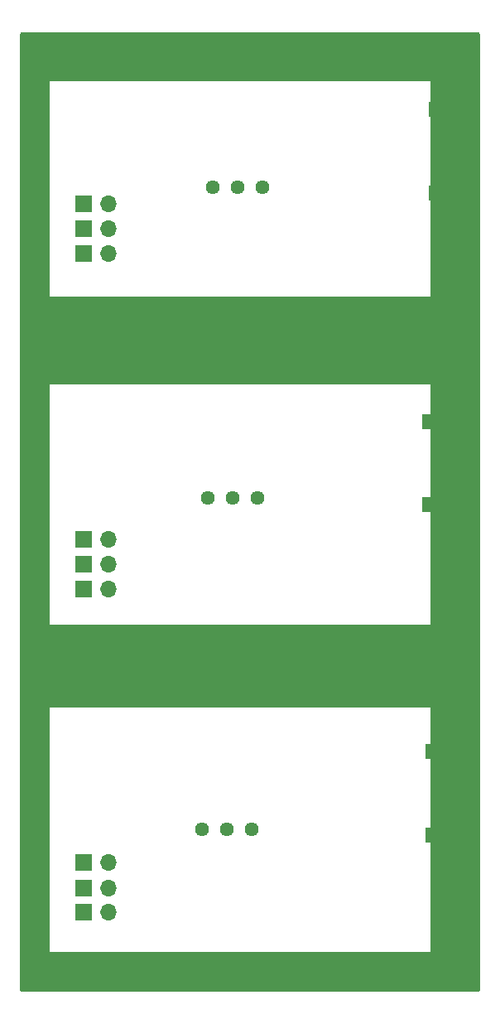
<source format=gbr>
%TF.GenerationSoftware,KiCad,Pcbnew,(6.0.11)*%
%TF.CreationDate,2023-07-19T09:13:22-05:00*%
%TF.ProjectId,SchottkyNoiseSource,5363686f-7474-46b7-994e-6f697365536f,rev?*%
%TF.SameCoordinates,Original*%
%TF.FileFunction,Soldermask,Bot*%
%TF.FilePolarity,Negative*%
%FSLAX46Y46*%
G04 Gerber Fmt 4.6, Leading zero omitted, Abs format (unit mm)*
G04 Created by KiCad (PCBNEW (6.0.11)) date 2023-07-19 09:13:22*
%MOMM*%
%LPD*%
G01*
G04 APERTURE LIST*
%ADD10C,1.440000*%
%ADD11R,1.700000X1.700000*%
%ADD12O,1.700000X1.700000*%
%ADD13R,5.080000X1.500000*%
G04 APERTURE END LIST*
D10*
%TO.C,RV1*%
X114770000Y-61800000D03*
X112230000Y-61800000D03*
X109690000Y-61800000D03*
%TD*%
D11*
%TO.C,J12*%
X96520000Y-135950000D03*
D12*
X99060000Y-135950000D03*
%TD*%
D11*
%TO.C,J7*%
X96520000Y-66040000D03*
D12*
X99060000Y-66040000D03*
%TD*%
D10*
%TO.C,RV2*%
X114270000Y-93600000D03*
X111730000Y-93600000D03*
X109190000Y-93600000D03*
%TD*%
D11*
%TO.C,J8*%
X96520000Y-100330000D03*
D12*
X99060000Y-100330000D03*
%TD*%
D10*
%TO.C,RV3*%
X113692500Y-127450000D03*
X111152500Y-127450000D03*
X108612500Y-127450000D03*
%TD*%
D11*
%TO.C,J9*%
X96520000Y-133451600D03*
D12*
X99060000Y-133451600D03*
%TD*%
D11*
%TO.C,J11*%
X96520000Y-102870000D03*
D12*
X99060000Y-102870000D03*
%TD*%
D13*
%TO.C,J1*%
X134290000Y-53910000D03*
X134290000Y-62410000D03*
%TD*%
D11*
%TO.C,J3*%
X96520000Y-97790000D03*
D12*
X99060000Y-97790000D03*
%TD*%
D11*
%TO.C,J2*%
X96520000Y-63500000D03*
D12*
X99060000Y-63500000D03*
%TD*%
D13*
%TO.C,J6*%
X134000000Y-119500000D03*
X134000000Y-128000000D03*
%TD*%
%TO.C,J4*%
X133637500Y-94250000D03*
X133637500Y-85750000D03*
%TD*%
D11*
%TO.C,J10*%
X96520000Y-68580000D03*
D12*
X99060000Y-68580000D03*
%TD*%
D11*
%TO.C,J5*%
X96520000Y-130810000D03*
D12*
X99060000Y-130810000D03*
%TD*%
G36*
X92942121Y-72766002D02*
G01*
X92988614Y-72819658D01*
X93000000Y-72872000D01*
X93000000Y-72981885D01*
X93004475Y-72997124D01*
X93005865Y-72998329D01*
X93013548Y-73000000D01*
X131981885Y-73000000D01*
X131997124Y-72995525D01*
X131998329Y-72994135D01*
X132000000Y-72986452D01*
X132000000Y-72872000D01*
X132020002Y-72803879D01*
X132073658Y-72757386D01*
X132126000Y-72746000D01*
X136874000Y-72746000D01*
X136942121Y-72766002D01*
X136988614Y-72819658D01*
X137000000Y-72872000D01*
X137000000Y-82128000D01*
X136979998Y-82196121D01*
X136926342Y-82242614D01*
X136874000Y-82254000D01*
X132126000Y-82254000D01*
X132057879Y-82233998D01*
X132011386Y-82180342D01*
X132000000Y-82128000D01*
X132000000Y-82018115D01*
X131995525Y-82002876D01*
X131994135Y-82001671D01*
X131986452Y-82000000D01*
X93018115Y-82000000D01*
X93002876Y-82004475D01*
X93001671Y-82005865D01*
X93000000Y-82013548D01*
X93000000Y-82128000D01*
X92979998Y-82196121D01*
X92926342Y-82242614D01*
X92874000Y-82254000D01*
X90126000Y-82254000D01*
X90057879Y-82233998D01*
X90011386Y-82180342D01*
X90000000Y-82128000D01*
X90000000Y-72872000D01*
X90020002Y-72803879D01*
X90073658Y-72757386D01*
X90126000Y-72746000D01*
X92874000Y-72746000D01*
X92942121Y-72766002D01*
G37*
G36*
X136942121Y-46020002D02*
G01*
X136988614Y-46073658D01*
X137000000Y-46126000D01*
X137000000Y-51128000D01*
X136979998Y-51196121D01*
X136926342Y-51242614D01*
X136874000Y-51254000D01*
X132126000Y-51254000D01*
X132057879Y-51233998D01*
X132011386Y-51180342D01*
X132000000Y-51128000D01*
X132000000Y-51018115D01*
X131995525Y-51002876D01*
X131994135Y-51001671D01*
X131986452Y-51000000D01*
X93018115Y-51000000D01*
X93002876Y-51004475D01*
X93001671Y-51005865D01*
X93000000Y-51013548D01*
X93000000Y-51128000D01*
X92979998Y-51196121D01*
X92926342Y-51242614D01*
X92874000Y-51254000D01*
X90126000Y-51254000D01*
X90057879Y-51233998D01*
X90011386Y-51180342D01*
X90000000Y-51128000D01*
X90000000Y-46126000D01*
X90020002Y-46057879D01*
X90073658Y-46011386D01*
X90126000Y-46000000D01*
X136874000Y-46000000D01*
X136942121Y-46020002D01*
G37*
G36*
X136942121Y-46020002D02*
G01*
X136988614Y-46073658D01*
X137000000Y-46126000D01*
X137000000Y-143874000D01*
X136979998Y-143942121D01*
X136926342Y-143988614D01*
X136874000Y-144000000D01*
X131872000Y-144000000D01*
X131803879Y-143979998D01*
X131757386Y-143926342D01*
X131746000Y-143874000D01*
X131746000Y-140126000D01*
X131766002Y-140057879D01*
X131819658Y-140011386D01*
X131872000Y-140000000D01*
X131981885Y-140000000D01*
X131997124Y-139995525D01*
X131998329Y-139994135D01*
X132000000Y-139986452D01*
X132000000Y-51018115D01*
X131995525Y-51002876D01*
X131994135Y-51001671D01*
X131986452Y-51000000D01*
X131872000Y-51000000D01*
X131803879Y-50979998D01*
X131757386Y-50926342D01*
X131746000Y-50874000D01*
X131746000Y-46126000D01*
X131766002Y-46057879D01*
X131819658Y-46011386D01*
X131872000Y-46000000D01*
X136874000Y-46000000D01*
X136942121Y-46020002D01*
G37*
G36*
X92942121Y-139766002D02*
G01*
X92988614Y-139819658D01*
X93000000Y-139872000D01*
X93000000Y-139981885D01*
X93004475Y-139997124D01*
X93005865Y-139998329D01*
X93013548Y-140000000D01*
X131981885Y-140000000D01*
X131997124Y-139995525D01*
X131998329Y-139994135D01*
X132000000Y-139986452D01*
X132000000Y-139872000D01*
X132020002Y-139803879D01*
X132073658Y-139757386D01*
X132126000Y-139746000D01*
X136874000Y-139746000D01*
X136942121Y-139766002D01*
X136988614Y-139819658D01*
X137000000Y-139872000D01*
X137000000Y-143874000D01*
X136979998Y-143942121D01*
X136926342Y-143988614D01*
X136874000Y-144000000D01*
X90126000Y-144000000D01*
X90057879Y-143979998D01*
X90011386Y-143926342D01*
X90000000Y-143874000D01*
X90000000Y-139872000D01*
X90020002Y-139803879D01*
X90073658Y-139757386D01*
X90126000Y-139746000D01*
X92874000Y-139746000D01*
X92942121Y-139766002D01*
G37*
G36*
X92942121Y-106266002D02*
G01*
X92988614Y-106319658D01*
X93000000Y-106372000D01*
X93000000Y-106481885D01*
X93004475Y-106497124D01*
X93005865Y-106498329D01*
X93013548Y-106500000D01*
X131981885Y-106500000D01*
X131997124Y-106495525D01*
X131998329Y-106494135D01*
X132000000Y-106486452D01*
X132000000Y-106372000D01*
X132020002Y-106303879D01*
X132073658Y-106257386D01*
X132126000Y-106246000D01*
X136874000Y-106246000D01*
X136942121Y-106266002D01*
X136988614Y-106319658D01*
X137000000Y-106372000D01*
X137000000Y-115128000D01*
X136979998Y-115196121D01*
X136926342Y-115242614D01*
X136874000Y-115254000D01*
X132126000Y-115254000D01*
X132057879Y-115233998D01*
X132011386Y-115180342D01*
X132000000Y-115128000D01*
X132000000Y-115018115D01*
X131995525Y-115002876D01*
X131994135Y-115001671D01*
X131986452Y-115000000D01*
X93018115Y-115000000D01*
X93002876Y-115004475D01*
X93001671Y-115005865D01*
X93000000Y-115013548D01*
X93000000Y-115128000D01*
X92979998Y-115196121D01*
X92926342Y-115242614D01*
X92874000Y-115254000D01*
X90126000Y-115254000D01*
X90057879Y-115233998D01*
X90011386Y-115180342D01*
X90000000Y-115128000D01*
X90000000Y-106372000D01*
X90020002Y-106303879D01*
X90073658Y-106257386D01*
X90126000Y-106246000D01*
X92874000Y-106246000D01*
X92942121Y-106266002D01*
G37*
G36*
X93196121Y-46020002D02*
G01*
X93242614Y-46073658D01*
X93254000Y-46126000D01*
X93254000Y-50874000D01*
X93233998Y-50942121D01*
X93180342Y-50988614D01*
X93128000Y-51000000D01*
X93018115Y-51000000D01*
X93002876Y-51004475D01*
X93001671Y-51005865D01*
X93000000Y-51013548D01*
X93000000Y-139981885D01*
X93004475Y-139997124D01*
X93005865Y-139998329D01*
X93013548Y-140000000D01*
X93128000Y-140000000D01*
X93196121Y-140020002D01*
X93242614Y-140073658D01*
X93254000Y-140126000D01*
X93254000Y-143874000D01*
X93233998Y-143942121D01*
X93180342Y-143988614D01*
X93128000Y-144000000D01*
X90126000Y-144000000D01*
X90057879Y-143979998D01*
X90011386Y-143926342D01*
X90000000Y-143874000D01*
X90000000Y-46126000D01*
X90020002Y-46057879D01*
X90073658Y-46011386D01*
X90126000Y-46000000D01*
X93128000Y-46000000D01*
X93196121Y-46020002D01*
G37*
M02*

</source>
